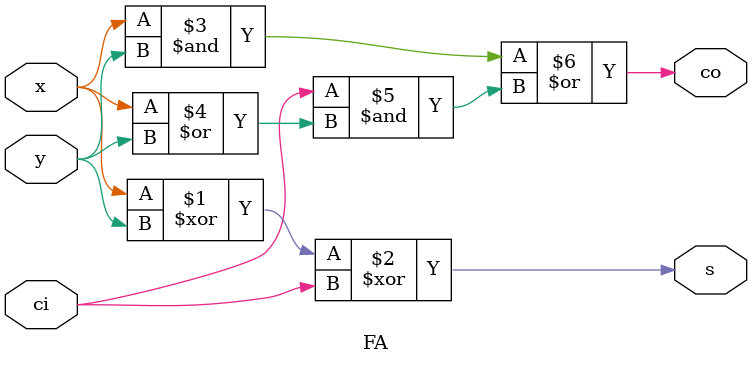
<source format=v>
module FA (x, y, ci, s, co);
	input x, y, ci;
	output wire co, s;

	assign s = x ^ y ^ ci;
	assign co = (x & y) | (ci & (x | y));

endmodule

</source>
